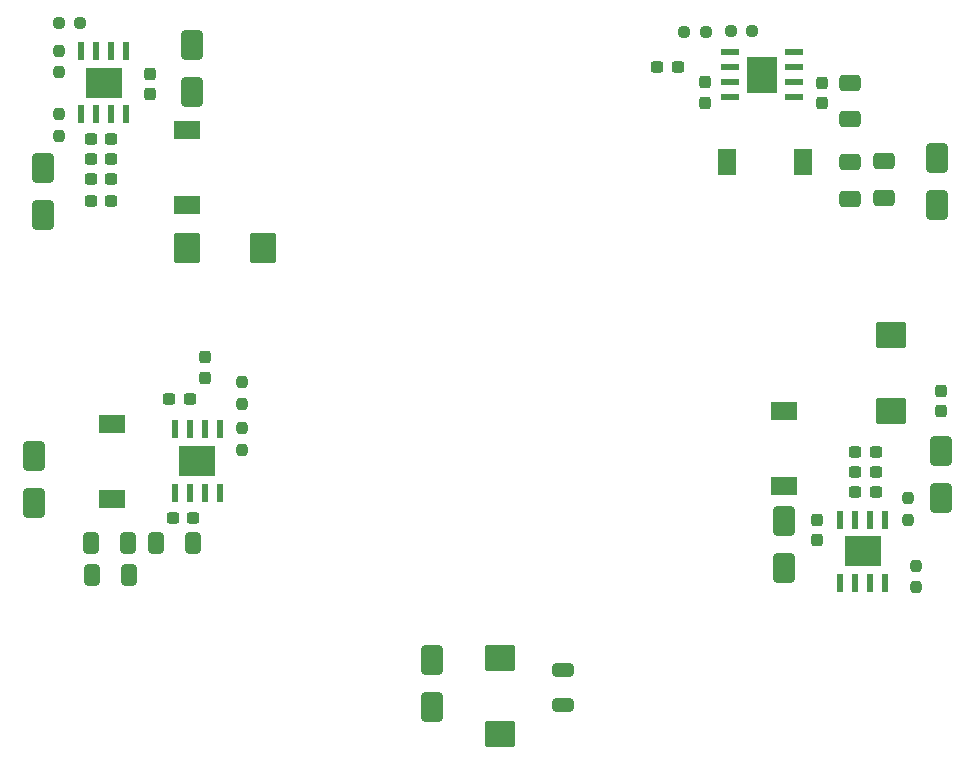
<source format=gbr>
%TF.GenerationSoftware,KiCad,Pcbnew,9.0.1*%
%TF.CreationDate,2025-04-09T16:15:18+03:00*%
%TF.ProjectId,G__ Da__t_m Kart_,47fce720-4461-41f3-9174-316d204b6172,rev?*%
%TF.SameCoordinates,Original*%
%TF.FileFunction,Paste,Top*%
%TF.FilePolarity,Positive*%
%FSLAX46Y46*%
G04 Gerber Fmt 4.6, Leading zero omitted, Abs format (unit mm)*
G04 Created by KiCad (PCBNEW 9.0.1) date 2025-04-09 16:15:18*
%MOMM*%
%LPD*%
G01*
G04 APERTURE LIST*
G04 Aperture macros list*
%AMRoundRect*
0 Rectangle with rounded corners*
0 $1 Rounding radius*
0 $2 $3 $4 $5 $6 $7 $8 $9 X,Y pos of 4 corners*
0 Add a 4 corners polygon primitive as box body*
4,1,4,$2,$3,$4,$5,$6,$7,$8,$9,$2,$3,0*
0 Add four circle primitives for the rounded corners*
1,1,$1+$1,$2,$3*
1,1,$1+$1,$4,$5*
1,1,$1+$1,$6,$7*
1,1,$1+$1,$8,$9*
0 Add four rect primitives between the rounded corners*
20,1,$1+$1,$2,$3,$4,$5,0*
20,1,$1+$1,$4,$5,$6,$7,0*
20,1,$1+$1,$6,$7,$8,$9,0*
20,1,$1+$1,$8,$9,$2,$3,0*%
G04 Aperture macros list end*
%ADD10RoundRect,0.237500X-0.237500X0.250000X-0.237500X-0.250000X0.237500X-0.250000X0.237500X0.250000X0*%
%ADD11RoundRect,0.250000X0.650000X-1.000000X0.650000X1.000000X-0.650000X1.000000X-0.650000X-1.000000X0*%
%ADD12R,2.200000X1.500000*%
%ADD13RoundRect,0.250001X1.044999X-0.872499X1.044999X0.872499X-1.044999X0.872499X-1.044999X-0.872499X0*%
%ADD14RoundRect,0.237500X0.237500X-0.300000X0.237500X0.300000X-0.237500X0.300000X-0.237500X-0.300000X0*%
%ADD15RoundRect,0.237500X-0.300000X-0.237500X0.300000X-0.237500X0.300000X0.237500X-0.300000X0.237500X0*%
%ADD16RoundRect,0.250000X-0.650000X1.000000X-0.650000X-1.000000X0.650000X-1.000000X0.650000X1.000000X0*%
%ADD17R,3.100000X2.600000*%
%ADD18R,0.600000X1.550000*%
%ADD19RoundRect,0.250001X-1.044999X0.872499X-1.044999X-0.872499X1.044999X-0.872499X1.044999X0.872499X0*%
%ADD20R,1.500000X2.200000*%
%ADD21RoundRect,0.237500X-0.250000X-0.237500X0.250000X-0.237500X0.250000X0.237500X-0.250000X0.237500X0*%
%ADD22RoundRect,0.237500X0.300000X0.237500X-0.300000X0.237500X-0.300000X-0.237500X0.300000X-0.237500X0*%
%ADD23RoundRect,0.250000X0.650000X-0.412500X0.650000X0.412500X-0.650000X0.412500X-0.650000X-0.412500X0*%
%ADD24RoundRect,0.250000X0.412500X0.650000X-0.412500X0.650000X-0.412500X-0.650000X0.412500X-0.650000X0*%
%ADD25RoundRect,0.250001X-0.872499X-1.044999X0.872499X-1.044999X0.872499X1.044999X-0.872499X1.044999X0*%
%ADD26RoundRect,0.250000X-0.650000X0.325000X-0.650000X-0.325000X0.650000X-0.325000X0.650000X0.325000X0*%
%ADD27RoundRect,0.237500X-0.237500X0.300000X-0.237500X-0.300000X0.237500X-0.300000X0.237500X0.300000X0*%
%ADD28R,2.600000X3.100000*%
%ADD29R,1.550000X0.600000*%
%ADD30RoundRect,0.237500X0.237500X-0.250000X0.237500X0.250000X-0.237500X0.250000X-0.237500X-0.250000X0*%
%ADD31RoundRect,0.237500X0.250000X0.237500X-0.250000X0.237500X-0.250000X-0.237500X0.250000X-0.237500X0*%
%ADD32RoundRect,0.250000X-0.650000X0.412500X-0.650000X-0.412500X0.650000X-0.412500X0.650000X0.412500X0*%
G04 APERTURE END LIST*
D10*
%TO.C,R6*%
X228100000Y-101812500D03*
X228100000Y-99987500D03*
%TD*%
D11*
%TO.C,D5*%
X230900000Y-96000000D03*
X230900000Y-100000000D03*
%TD*%
D12*
%TO.C,L4*%
X217600000Y-92600000D03*
X217600000Y-99000000D03*
%TD*%
D13*
%TO.C,C23*%
X226700000Y-86192500D03*
X226700000Y-92607500D03*
%TD*%
D10*
%TO.C,R9*%
X228800000Y-107525000D03*
X228800000Y-105700000D03*
%TD*%
D14*
%TO.C,C22*%
X220400000Y-101837500D03*
X220400000Y-103562500D03*
%TD*%
D15*
%TO.C,C15*%
X225362500Y-99500000D03*
X223637500Y-99500000D03*
%TD*%
%TO.C,C18*%
X225362500Y-96100000D03*
X223637500Y-96100000D03*
%TD*%
%TO.C,C17*%
X225362500Y-97800000D03*
X223637500Y-97800000D03*
%TD*%
D16*
%TO.C,D7*%
X217600000Y-105900000D03*
X217600000Y-101900000D03*
%TD*%
D17*
%TO.C,U9*%
X224300000Y-104500000D03*
D18*
X222395000Y-101800000D03*
X223665000Y-101800000D03*
X224935000Y-101800000D03*
X226205000Y-101800000D03*
X226205000Y-107200000D03*
X224935000Y-107200000D03*
X223665000Y-107200000D03*
X222395000Y-107200000D03*
%TD*%
D14*
%TO.C,C26*%
X230900000Y-90875000D03*
X230900000Y-92600000D03*
%TD*%
D19*
%TO.C,C27*%
X193600000Y-113500000D03*
X193600000Y-119915000D03*
%TD*%
D20*
%TO.C,L3*%
X212800000Y-71560000D03*
X219200000Y-71560000D03*
%TD*%
D21*
%TO.C,R8*%
X213087500Y-60460000D03*
X214912500Y-60460000D03*
%TD*%
D22*
%TO.C,C3*%
X160662500Y-69600000D03*
X158937500Y-69600000D03*
%TD*%
%TO.C,C20*%
X208600000Y-63500000D03*
X206875000Y-63500000D03*
%TD*%
D23*
%TO.C,C24*%
X223200000Y-74622500D03*
X223200000Y-71497500D03*
%TD*%
D21*
%TO.C,R7*%
X209187500Y-60500000D03*
X211012500Y-60500000D03*
%TD*%
D16*
%TO.C,D8*%
X187800000Y-113700000D03*
X187800000Y-117700000D03*
%TD*%
D12*
%TO.C,L1*%
X160700000Y-93700000D03*
X160700000Y-100100000D03*
%TD*%
D17*
%TO.C,U7*%
X167950000Y-96850000D03*
D18*
X166045000Y-99550000D03*
X167315000Y-99550000D03*
X168585000Y-99550000D03*
X169855000Y-99550000D03*
X169855000Y-94150000D03*
X168585000Y-94150000D03*
X167315000Y-94150000D03*
X166045000Y-94150000D03*
%TD*%
D24*
%TO.C,C5*%
X167562500Y-103800000D03*
X164437500Y-103800000D03*
%TD*%
D25*
%TO.C,C11*%
X167092500Y-78800000D03*
X173507500Y-78800000D03*
%TD*%
D10*
%TO.C,R3*%
X171700000Y-94087500D03*
X171700000Y-95912500D03*
%TD*%
D24*
%TO.C,C14*%
X162125000Y-106500000D03*
X159000000Y-106500000D03*
%TD*%
D26*
%TO.C,C2*%
X198900000Y-114525000D03*
X198900000Y-117475000D03*
%TD*%
D16*
%TO.C,D2*%
X154900000Y-72000000D03*
X154900000Y-76000000D03*
%TD*%
D11*
%TO.C,D6*%
X167500000Y-65600000D03*
X167500000Y-61600000D03*
%TD*%
D14*
%TO.C,C8*%
X168600000Y-89800000D03*
X168600000Y-88075000D03*
%TD*%
D27*
%TO.C,C21*%
X210900000Y-64775000D03*
X210900000Y-66500000D03*
%TD*%
D23*
%TO.C,C25*%
X226100000Y-74585000D03*
X226100000Y-71460000D03*
%TD*%
D22*
%TO.C,C6*%
X160662500Y-73000000D03*
X158937500Y-73000000D03*
%TD*%
%TO.C,C4*%
X160662500Y-71300000D03*
X158937500Y-71300000D03*
%TD*%
D28*
%TO.C,U8*%
X215750000Y-64150000D03*
D29*
X218450000Y-66055000D03*
X218450000Y-64785000D03*
X218450000Y-63515000D03*
X218450000Y-62245000D03*
X213050000Y-62245000D03*
X213050000Y-63515000D03*
X213050000Y-64785000D03*
X213050000Y-66055000D03*
%TD*%
D22*
%TO.C,C10*%
X167300000Y-91600000D03*
X165575000Y-91600000D03*
%TD*%
D10*
%TO.C,R2*%
X171700000Y-90175000D03*
X171700000Y-92000000D03*
%TD*%
D11*
%TO.C,D4*%
X230600000Y-75200000D03*
X230600000Y-71200000D03*
%TD*%
D24*
%TO.C,C12*%
X162100000Y-103800000D03*
X158975000Y-103800000D03*
%TD*%
D22*
%TO.C,C13*%
X160662500Y-74800000D03*
X158937500Y-74800000D03*
%TD*%
D18*
%TO.C,U6*%
X161905000Y-62100000D03*
X160635000Y-62100000D03*
X159365000Y-62100000D03*
X158095000Y-62100000D03*
X158095000Y-67500000D03*
X159365000Y-67500000D03*
X160635000Y-67500000D03*
X161905000Y-67500000D03*
D17*
X160000000Y-64800000D03*
%TD*%
D30*
%TO.C,R1*%
X156200000Y-69300000D03*
X156200000Y-67475000D03*
%TD*%
D22*
%TO.C,C7*%
X167600000Y-101700000D03*
X165875000Y-101700000D03*
%TD*%
D31*
%TO.C,R4*%
X158012500Y-59800000D03*
X156187500Y-59800000D03*
%TD*%
D12*
%TO.C,L2*%
X167100000Y-68800000D03*
X167100000Y-75200000D03*
%TD*%
D27*
%TO.C,C19*%
X220800000Y-64797500D03*
X220800000Y-66522500D03*
%TD*%
D16*
%TO.C,D3*%
X154100000Y-96400000D03*
X154100000Y-100400000D03*
%TD*%
D30*
%TO.C,R5*%
X156200000Y-63912500D03*
X156200000Y-62087500D03*
%TD*%
D27*
%TO.C,C9*%
X163900000Y-64037500D03*
X163900000Y-65762500D03*
%TD*%
D32*
%TO.C,C16*%
X223200000Y-64797500D03*
X223200000Y-67922500D03*
%TD*%
M02*

</source>
